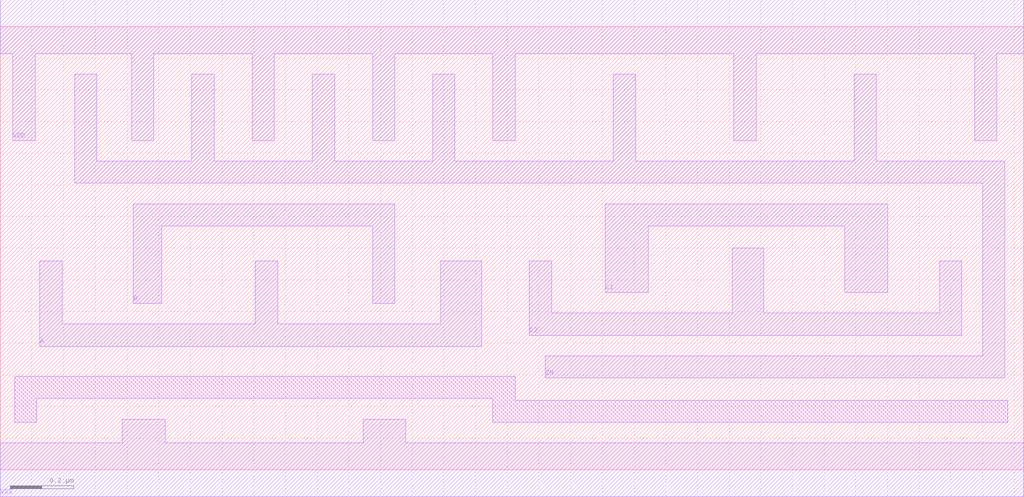
<source format=lef>
# 
# ******************************************************************************
# *                                                                            *
# *                   Copyright (C) 2004-2010, Nangate Inc.                    *
# *                           All rights reserved.                             *
# *                                                                            *
# * Nangate and the Nangate logo are trademarks of Nangate Inc.                *
# *                                                                            *
# * All trademarks, logos, software marks, and trade names (collectively the   *
# * "Marks") in this program are proprietary to Nangate or other respective    *
# * owners that have granted Nangate the right and license to use such Marks.  *
# * You are not permitted to use the Marks without the prior written consent   *
# * of Nangate or such third party that may own the Marks.                     *
# *                                                                            *
# * This file has been provided pursuant to a License Agreement containing     *
# * restrictions on its use. This file contains valuable trade secrets and     *
# * proprietary information of Nangate Inc., and is protected by U.S. and      *
# * international laws and/or treaties.                                        *
# *                                                                            *
# * The copyright notice(s) in this file does not indicate actual or intended  *
# * publication of this file.                                                  *
# *                                                                            *
# *     NGLibraryCreator, v2010.08-HR32-SP3-2010-08-05 - build 1009061800      *
# *                                                                            *
# ******************************************************************************
# 
# 
# Running on brazil06.nangate.com.br for user Giancarlo Franciscatto (gfr).
# Local time is now Fri, 3 Dec 2010, 19:32:18.
# Main process id is 27821.

VERSION 5.6 ;
BUSBITCHARS "[]" ;
DIVIDERCHAR "/" ;

MACRO OAI211_X4
  CLASS core ;
  FOREIGN OAI211_X4 0.0 0.0 ;
  ORIGIN 0 0 ;
  SYMMETRY X Y ;
  SITE FreePDK45_38x28_10R_NP_162NW_34O ;
  SIZE 3.23 BY 1.4 ;
  PIN A
    DIRECTION INPUT ;
    ANTENNAPARTIALMETALAREA 0.15165 LAYER metal1 ;
    ANTENNAPARTIALMETALSIDEAREA 0.5369 LAYER metal1 ;
    ANTENNAGATEAREA 0.209 ;
    PORT
      LAYER metal1 ;
        POLYGON 0.125 0.39 1.52 0.39 1.52 0.66 1.39 0.66 1.39 0.46 0.875 0.46 0.875 0.66 0.805 0.66 0.805 0.46 0.195 0.46 0.195 0.66 0.125 0.66  ;
    END
  END A
  PIN B
    DIRECTION INPUT ;
    ANTENNAPARTIALMETALAREA 0.09695 LAYER metal1 ;
    ANTENNAPARTIALMETALSIDEAREA 0.3601 LAYER metal1 ;
    ANTENNAGATEAREA 0.209 ;
    PORT
      LAYER metal1 ;
        POLYGON 0.42 0.525 0.51 0.525 0.51 0.77 1.175 0.77 1.175 0.525 1.245 0.525 1.245 0.84 0.42 0.84  ;
    END
  END B
  PIN C1
    DIRECTION INPUT ;
    ANTENNAPARTIALMETALAREA 0.119 LAYER metal1 ;
    ANTENNAPARTIALMETALSIDEAREA 0.3588 LAYER metal1 ;
    ANTENNAGATEAREA 0.209 ;
    PORT
      LAYER metal1 ;
        POLYGON 1.91 0.56 2.045 0.56 2.045 0.77 2.665 0.77 2.665 0.56 2.8 0.56 2.8 0.84 1.91 0.84  ;
    END
  END C1
  PIN C2
    DIRECTION INPUT ;
    ANTENNAPARTIALMETALAREA 0.13915 LAYER metal1 ;
    ANTENNAPARTIALMETALSIDEAREA 0.5122 LAYER metal1 ;
    ANTENNAGATEAREA 0.209 ;
    PORT
      LAYER metal1 ;
        POLYGON 1.67 0.425 3.035 0.425 3.035 0.66 2.965 0.66 2.965 0.495 2.41 0.495 2.41 0.7 2.31 0.7 2.31 0.495 1.74 0.495 1.74 0.66 1.67 0.66  ;
    END
  END C2
  PIN ZN
    DIRECTION OUTPUT ;
    ANTENNAPARTIALMETALAREA 0.4606 LAYER metal1 ;
    ANTENNAPARTIALMETALSIDEAREA 1.729 LAYER metal1 ;
    ANTENNADIFFAREA 0.7616 ;
    PORT
      LAYER metal1 ;
        POLYGON 0.235 0.905 3.1 0.905 3.1 0.36 1.72 0.36 1.72 0.29 3.17 0.29 3.17 0.975 2.765 0.975 2.765 1.25 2.695 1.25 2.695 0.975 2.005 0.975 2.005 1.25 1.935 1.25 1.935 0.975 1.435 0.975 1.435 1.25 1.365 1.25 1.365 0.975 1.055 0.975 1.055 1.25 0.985 1.25 0.985 0.975 0.675 0.975 0.675 1.25 0.605 1.25 0.605 0.975 0.305 0.975 0.305 1.25 0.235 1.25  ;
    END
  END ZN
  PIN VDD
    DIRECTION INOUT ;
    USE power ;
    SHAPE ABUTMENT ;
    PORT
      LAYER metal1 ;
        POLYGON 0 1.315 0.04 1.315 0.04 1.04 0.11 1.04 0.11 1.315 0.415 1.315 0.415 1.04 0.485 1.04 0.485 1.315 0.795 1.315 0.795 1.04 0.865 1.04 0.865 1.315 1.175 1.315 1.175 1.04 1.245 1.04 1.245 1.315 1.555 1.315 1.555 1.04 1.625 1.04 1.625 1.315 2.315 1.315 2.315 1.04 2.385 1.04 2.385 1.315 3.075 1.315 3.075 1.04 3.145 1.04 3.145 1.315 3.18 1.315 3.23 1.315 3.23 1.485 3.18 1.485 0 1.485  ;
    END
  END VDD
  PIN VSS
    DIRECTION INOUT ;
    USE ground ;
    SHAPE ABUTMENT ;
    PORT
      LAYER metal1 ;
        POLYGON 0 -0.085 3.23 -0.085 3.23 0.085 1.28 0.085 1.28 0.16 1.145 0.16 1.145 0.085 0.52 0.085 0.52 0.16 0.385 0.16 0.385 0.085 0 0.085  ;
    END
  END VSS
  OBS
      LAYER metal1 ;
        POLYGON 0.045 0.15 0.115 0.15 0.115 0.225 1.555 0.225 1.555 0.15 3.18 0.15 3.18 0.22 1.625 0.22 1.625 0.295 0.045 0.295  ;
  END
END OAI211_X4

END LIBRARY
#
# End of file
#

</source>
